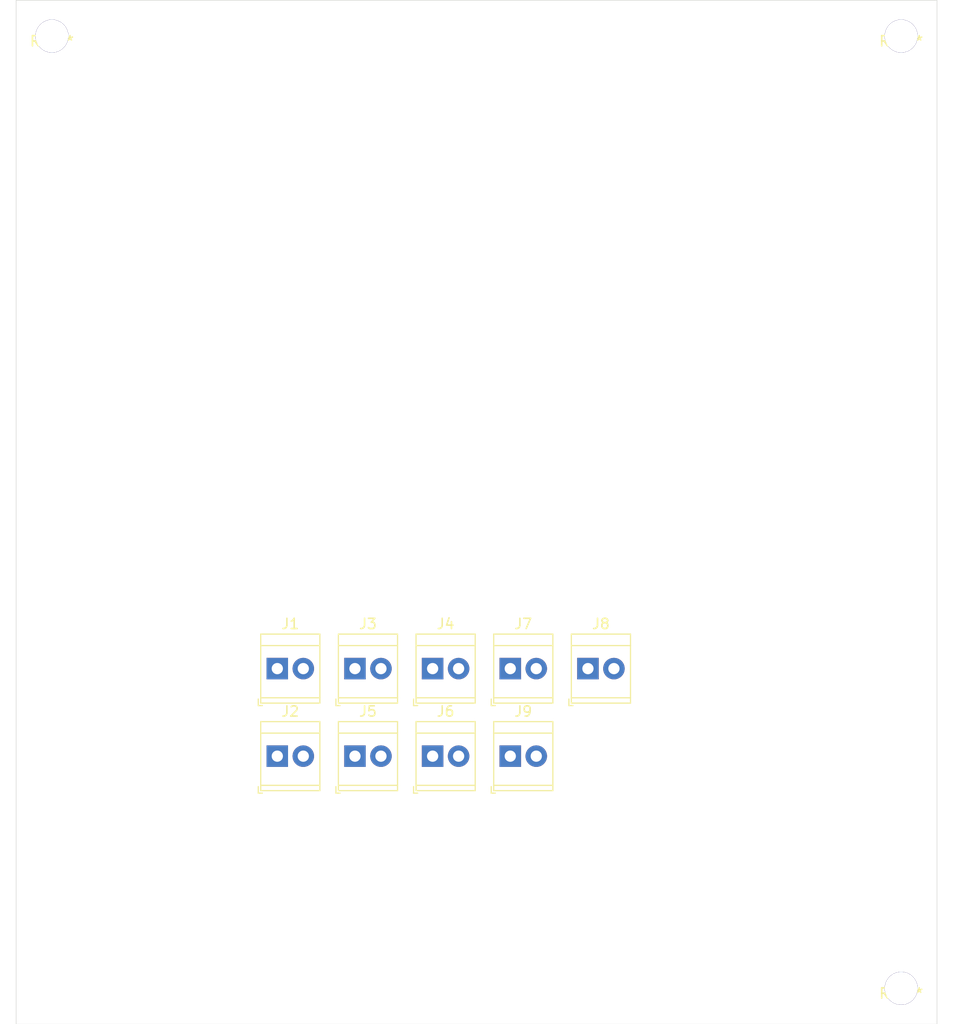
<source format=kicad_pcb>
(kicad_pcb (version 20171130) (host pcbnew "(5.1.4)-1")

  (general
    (thickness 1.6)
    (drawings 4)
    (tracks 0)
    (zones 0)
    (modules 12)
    (nets 19)
  )

  (page A4)
  (layers
    (0 F.Cu signal)
    (31 B.Cu signal)
    (32 B.Adhes user)
    (33 F.Adhes user)
    (34 B.Paste user)
    (35 F.Paste user)
    (36 B.SilkS user)
    (37 F.SilkS user)
    (38 B.Mask user)
    (39 F.Mask user)
    (40 Dwgs.User user)
    (41 Cmts.User user)
    (42 Eco1.User user)
    (43 Eco2.User user)
    (44 Edge.Cuts user)
    (45 Margin user)
    (46 B.CrtYd user)
    (47 F.CrtYd user)
    (48 B.Fab user)
    (49 F.Fab user)
  )

  (setup
    (last_trace_width 0.25)
    (trace_clearance 0.2)
    (zone_clearance 0.508)
    (zone_45_only no)
    (trace_min 0.2)
    (via_size 0.8)
    (via_drill 0.4)
    (via_min_size 0.4)
    (via_min_drill 0.3)
    (uvia_size 0.3)
    (uvia_drill 0.1)
    (uvias_allowed no)
    (uvia_min_size 0.2)
    (uvia_min_drill 0.1)
    (edge_width 0.05)
    (segment_width 0.2)
    (pcb_text_width 0.3)
    (pcb_text_size 1.5 1.5)
    (mod_edge_width 0.12)
    (mod_text_size 1 1)
    (mod_text_width 0.15)
    (pad_size 1.524 1.524)
    (pad_drill 0.762)
    (pad_to_mask_clearance 0.051)
    (solder_mask_min_width 0.25)
    (aux_axis_origin 0 0)
    (visible_elements FFFFFF7F)
    (pcbplotparams
      (layerselection 0x010fc_ffffffff)
      (usegerberextensions false)
      (usegerberattributes false)
      (usegerberadvancedattributes false)
      (creategerberjobfile false)
      (excludeedgelayer true)
      (linewidth 0.100000)
      (plotframeref false)
      (viasonmask false)
      (mode 1)
      (useauxorigin false)
      (hpglpennumber 1)
      (hpglpenspeed 20)
      (hpglpendiameter 15.000000)
      (psnegative false)
      (psa4output false)
      (plotreference true)
      (plotvalue true)
      (plotinvisibletext false)
      (padsonsilk false)
      (subtractmaskfromsilk false)
      (outputformat 1)
      (mirror false)
      (drillshape 1)
      (scaleselection 1)
      (outputdirectory ""))
  )

  (net 0 "")
  (net 1 "Net-(J1-Pad1)")
  (net 2 "Net-(J1-Pad2)")
  (net 3 "Net-(J2-Pad2)")
  (net 4 "Net-(J2-Pad1)")
  (net 5 "Net-(J3-Pad1)")
  (net 6 "Net-(J3-Pad2)")
  (net 7 "Net-(J4-Pad2)")
  (net 8 "Net-(J4-Pad1)")
  (net 9 "Net-(J5-Pad1)")
  (net 10 "Net-(J5-Pad2)")
  (net 11 "Net-(J6-Pad2)")
  (net 12 "Net-(J6-Pad1)")
  (net 13 "Net-(J7-Pad1)")
  (net 14 "Net-(J7-Pad2)")
  (net 15 "Net-(J8-Pad2)")
  (net 16 "Net-(J8-Pad1)")
  (net 17 "Net-(J9-Pad1)")
  (net 18 "Net-(J9-Pad2)")

  (net_class Default "This is the default net class."
    (clearance 0.2)
    (trace_width 0.25)
    (via_dia 0.8)
    (via_drill 0.4)
    (uvia_dia 0.3)
    (uvia_drill 0.1)
    (add_net "Net-(J1-Pad1)")
    (add_net "Net-(J1-Pad2)")
    (add_net "Net-(J2-Pad1)")
    (add_net "Net-(J2-Pad2)")
    (add_net "Net-(J3-Pad1)")
    (add_net "Net-(J3-Pad2)")
    (add_net "Net-(J4-Pad1)")
    (add_net "Net-(J4-Pad2)")
    (add_net "Net-(J5-Pad1)")
    (add_net "Net-(J5-Pad2)")
    (add_net "Net-(J6-Pad1)")
    (add_net "Net-(J6-Pad2)")
    (add_net "Net-(J7-Pad1)")
    (add_net "Net-(J7-Pad2)")
    (add_net "Net-(J8-Pad1)")
    (add_net "Net-(J8-Pad2)")
    (add_net "Net-(J9-Pad1)")
    (add_net "Net-(J9-Pad2)")
  )

  (module Highside-powerdistribution:Mountinghole (layer F.Cu) (tedit 5DD06B0A) (tstamp 5DD34A66)
    (at 201.5 136.5)
    (fp_text reference REF** (at 0 0.5) (layer F.SilkS)
      (effects (font (size 1 1) (thickness 0.15)))
    )
    (fp_text value Mountinghole (at 0 -0.5) (layer F.Fab)
      (effects (font (size 1 1) (thickness 0.15)))
    )
    (pad "" thru_hole circle (at 0 0) (size 3.22 3.22) (drill 3.2) (layers *.Cu *.Mask)
      (clearance 2) (zone_connect 2))
  )

  (module Highside-powerdistribution:Mountinghole (layer F.Cu) (tedit 5DD06B0A) (tstamp 5DD34A5E)
    (at 201.5 43.5)
    (fp_text reference REF** (at 0 0.5) (layer F.SilkS)
      (effects (font (size 1 1) (thickness 0.15)))
    )
    (fp_text value Mountinghole (at 0 -0.5) (layer F.Fab)
      (effects (font (size 1 1) (thickness 0.15)))
    )
    (pad "" thru_hole circle (at 0 0) (size 3.22 3.22) (drill 3.2) (layers *.Cu *.Mask)
      (clearance 2) (zone_connect 2))
  )

  (module Highside-powerdistribution:Mountinghole (layer F.Cu) (tedit 5DD06B0A) (tstamp 5DD34A58)
    (at 118.5 43.5)
    (fp_text reference REF** (at 0 0.5) (layer F.SilkS)
      (effects (font (size 1 1) (thickness 0.15)))
    )
    (fp_text value Mountinghole (at 0 -0.5) (layer F.Fab)
      (effects (font (size 1 1) (thickness 0.15)))
    )
    (pad "" thru_hole circle (at 0 0) (size 3.22 3.22) (drill 3.2) (layers *.Cu *.Mask)
      (clearance 2) (zone_connect 2))
  )

  (module TerminalBlock_TE-Connectivity:TerminalBlock_TE_282834-2_1x02_P2.54mm_Horizontal (layer F.Cu) (tedit 5B1EC513) (tstamp 5DD344E8)
    (at 140.525001 105.275001)
    (descr "Terminal Block TE 282834-2, 2 pins, pitch 2.54mm, size 5.54x6.5mm^2, drill diamater 1.1mm, pad diameter 2.1mm, see http://www.te.com/commerce/DocumentDelivery/DDEController?Action=showdoc&DocId=Customer+Drawing%7F282834%7FC1%7Fpdf%7FEnglish%7FENG_CD_282834_C1.pdf, script-generated using https://github.com/pointhi/kicad-footprint-generator/scripts/TerminalBlock_TE-Connectivity")
    (tags "THT Terminal Block TE 282834-2 pitch 2.54mm size 5.54x6.5mm^2 drill 1.1mm pad 2.1mm")
    (path /5DD2F273)
    (fp_text reference J1 (at 1.27 -4.37) (layer F.SilkS)
      (effects (font (size 1 1) (thickness 0.15)))
    )
    (fp_text value Screw_Terminal_01x02 (at 1.27 4.37) (layer F.Fab)
      (effects (font (size 1 1) (thickness 0.15)))
    )
    (fp_circle (center 0 0) (end 1.1 0) (layer F.Fab) (width 0.1))
    (fp_circle (center 2.54 0) (end 3.64 0) (layer F.Fab) (width 0.1))
    (fp_line (start -1.5 -3.25) (end 4.04 -3.25) (layer F.Fab) (width 0.1))
    (fp_line (start 4.04 -3.25) (end 4.04 3.25) (layer F.Fab) (width 0.1))
    (fp_line (start 4.04 3.25) (end -1.1 3.25) (layer F.Fab) (width 0.1))
    (fp_line (start -1.1 3.25) (end -1.5 2.85) (layer F.Fab) (width 0.1))
    (fp_line (start -1.5 2.85) (end -1.5 -3.25) (layer F.Fab) (width 0.1))
    (fp_line (start -1.5 2.85) (end 4.04 2.85) (layer F.Fab) (width 0.1))
    (fp_line (start -1.62 2.85) (end 4.16 2.85) (layer F.SilkS) (width 0.12))
    (fp_line (start -1.5 -2.25) (end 4.04 -2.25) (layer F.Fab) (width 0.1))
    (fp_line (start -1.62 -2.25) (end 4.16 -2.25) (layer F.SilkS) (width 0.12))
    (fp_line (start -1.62 -3.37) (end 4.16 -3.37) (layer F.SilkS) (width 0.12))
    (fp_line (start -1.62 3.37) (end 4.16 3.37) (layer F.SilkS) (width 0.12))
    (fp_line (start -1.62 -3.37) (end -1.62 3.37) (layer F.SilkS) (width 0.12))
    (fp_line (start 4.16 -3.37) (end 4.16 3.37) (layer F.SilkS) (width 0.12))
    (fp_line (start 0.835 -0.7) (end -0.701 0.835) (layer F.Fab) (width 0.1))
    (fp_line (start 0.701 -0.835) (end -0.835 0.7) (layer F.Fab) (width 0.1))
    (fp_line (start 3.375 -0.7) (end 1.84 0.835) (layer F.Fab) (width 0.1))
    (fp_line (start 3.241 -0.835) (end 1.706 0.7) (layer F.Fab) (width 0.1))
    (fp_line (start -1.86 2.97) (end -1.86 3.61) (layer F.SilkS) (width 0.12))
    (fp_line (start -1.86 3.61) (end -1.46 3.61) (layer F.SilkS) (width 0.12))
    (fp_line (start -2 -3.75) (end -2 3.75) (layer F.CrtYd) (width 0.05))
    (fp_line (start -2 3.75) (end 4.54 3.75) (layer F.CrtYd) (width 0.05))
    (fp_line (start 4.54 3.75) (end 4.54 -3.75) (layer F.CrtYd) (width 0.05))
    (fp_line (start 4.54 -3.75) (end -2 -3.75) (layer F.CrtYd) (width 0.05))
    (fp_text user %R (at 1.27 2) (layer F.Fab)
      (effects (font (size 1 1) (thickness 0.15)))
    )
    (pad 1 thru_hole rect (at 0 0) (size 2.1 2.1) (drill 1.1) (layers *.Cu *.Mask)
      (net 1 "Net-(J1-Pad1)"))
    (pad 2 thru_hole circle (at 2.54 0) (size 2.1 2.1) (drill 1.1) (layers *.Cu *.Mask)
      (net 2 "Net-(J1-Pad2)"))
    (model ${KISYS3DMOD}/TerminalBlock_TE-Connectivity.3dshapes/TerminalBlock_TE_282834-2_1x02_P2.54mm_Horizontal.wrl
      (at (xyz 0 0 0))
      (scale (xyz 1 1 1))
      (rotate (xyz 0 0 0))
    )
  )

  (module TerminalBlock_TE-Connectivity:TerminalBlock_TE_282834-2_1x02_P2.54mm_Horizontal (layer F.Cu) (tedit 5B1EC513) (tstamp 5DD34508)
    (at 140.525001 113.825001)
    (descr "Terminal Block TE 282834-2, 2 pins, pitch 2.54mm, size 5.54x6.5mm^2, drill diamater 1.1mm, pad diameter 2.1mm, see http://www.te.com/commerce/DocumentDelivery/DDEController?Action=showdoc&DocId=Customer+Drawing%7F282834%7FC1%7Fpdf%7FEnglish%7FENG_CD_282834_C1.pdf, script-generated using https://github.com/pointhi/kicad-footprint-generator/scripts/TerminalBlock_TE-Connectivity")
    (tags "THT Terminal Block TE 282834-2 pitch 2.54mm size 5.54x6.5mm^2 drill 1.1mm pad 2.1mm")
    (path /5DD30E21)
    (fp_text reference J2 (at 1.27 -4.37) (layer F.SilkS)
      (effects (font (size 1 1) (thickness 0.15)))
    )
    (fp_text value Screw_Terminal_01x02 (at 1.27 4.37) (layer F.Fab)
      (effects (font (size 1 1) (thickness 0.15)))
    )
    (fp_text user %R (at 1.27 2) (layer F.Fab)
      (effects (font (size 1 1) (thickness 0.15)))
    )
    (fp_line (start 4.54 -3.75) (end -2 -3.75) (layer F.CrtYd) (width 0.05))
    (fp_line (start 4.54 3.75) (end 4.54 -3.75) (layer F.CrtYd) (width 0.05))
    (fp_line (start -2 3.75) (end 4.54 3.75) (layer F.CrtYd) (width 0.05))
    (fp_line (start -2 -3.75) (end -2 3.75) (layer F.CrtYd) (width 0.05))
    (fp_line (start -1.86 3.61) (end -1.46 3.61) (layer F.SilkS) (width 0.12))
    (fp_line (start -1.86 2.97) (end -1.86 3.61) (layer F.SilkS) (width 0.12))
    (fp_line (start 3.241 -0.835) (end 1.706 0.7) (layer F.Fab) (width 0.1))
    (fp_line (start 3.375 -0.7) (end 1.84 0.835) (layer F.Fab) (width 0.1))
    (fp_line (start 0.701 -0.835) (end -0.835 0.7) (layer F.Fab) (width 0.1))
    (fp_line (start 0.835 -0.7) (end -0.701 0.835) (layer F.Fab) (width 0.1))
    (fp_line (start 4.16 -3.37) (end 4.16 3.37) (layer F.SilkS) (width 0.12))
    (fp_line (start -1.62 -3.37) (end -1.62 3.37) (layer F.SilkS) (width 0.12))
    (fp_line (start -1.62 3.37) (end 4.16 3.37) (layer F.SilkS) (width 0.12))
    (fp_line (start -1.62 -3.37) (end 4.16 -3.37) (layer F.SilkS) (width 0.12))
    (fp_line (start -1.62 -2.25) (end 4.16 -2.25) (layer F.SilkS) (width 0.12))
    (fp_line (start -1.5 -2.25) (end 4.04 -2.25) (layer F.Fab) (width 0.1))
    (fp_line (start -1.62 2.85) (end 4.16 2.85) (layer F.SilkS) (width 0.12))
    (fp_line (start -1.5 2.85) (end 4.04 2.85) (layer F.Fab) (width 0.1))
    (fp_line (start -1.5 2.85) (end -1.5 -3.25) (layer F.Fab) (width 0.1))
    (fp_line (start -1.1 3.25) (end -1.5 2.85) (layer F.Fab) (width 0.1))
    (fp_line (start 4.04 3.25) (end -1.1 3.25) (layer F.Fab) (width 0.1))
    (fp_line (start 4.04 -3.25) (end 4.04 3.25) (layer F.Fab) (width 0.1))
    (fp_line (start -1.5 -3.25) (end 4.04 -3.25) (layer F.Fab) (width 0.1))
    (fp_circle (center 2.54 0) (end 3.64 0) (layer F.Fab) (width 0.1))
    (fp_circle (center 0 0) (end 1.1 0) (layer F.Fab) (width 0.1))
    (pad 2 thru_hole circle (at 2.54 0) (size 2.1 2.1) (drill 1.1) (layers *.Cu *.Mask)
      (net 3 "Net-(J2-Pad2)"))
    (pad 1 thru_hole rect (at 0 0) (size 2.1 2.1) (drill 1.1) (layers *.Cu *.Mask)
      (net 4 "Net-(J2-Pad1)"))
    (model ${KISYS3DMOD}/TerminalBlock_TE-Connectivity.3dshapes/TerminalBlock_TE_282834-2_1x02_P2.54mm_Horizontal.wrl
      (at (xyz 0 0 0))
      (scale (xyz 1 1 1))
      (rotate (xyz 0 0 0))
    )
  )

  (module TerminalBlock_TE-Connectivity:TerminalBlock_TE_282834-2_1x02_P2.54mm_Horizontal (layer F.Cu) (tedit 5B1EC513) (tstamp 5DD34528)
    (at 148.115001 105.275001)
    (descr "Terminal Block TE 282834-2, 2 pins, pitch 2.54mm, size 5.54x6.5mm^2, drill diamater 1.1mm, pad diameter 2.1mm, see http://www.te.com/commerce/DocumentDelivery/DDEController?Action=showdoc&DocId=Customer+Drawing%7F282834%7FC1%7Fpdf%7FEnglish%7FENG_CD_282834_C1.pdf, script-generated using https://github.com/pointhi/kicad-footprint-generator/scripts/TerminalBlock_TE-Connectivity")
    (tags "THT Terminal Block TE 282834-2 pitch 2.54mm size 5.54x6.5mm^2 drill 1.1mm pad 2.1mm")
    (path /5DD31107)
    (fp_text reference J3 (at 1.27 -4.37) (layer F.SilkS)
      (effects (font (size 1 1) (thickness 0.15)))
    )
    (fp_text value Screw_Terminal_01x02 (at 1.27 4.37) (layer F.Fab)
      (effects (font (size 1 1) (thickness 0.15)))
    )
    (fp_circle (center 0 0) (end 1.1 0) (layer F.Fab) (width 0.1))
    (fp_circle (center 2.54 0) (end 3.64 0) (layer F.Fab) (width 0.1))
    (fp_line (start -1.5 -3.25) (end 4.04 -3.25) (layer F.Fab) (width 0.1))
    (fp_line (start 4.04 -3.25) (end 4.04 3.25) (layer F.Fab) (width 0.1))
    (fp_line (start 4.04 3.25) (end -1.1 3.25) (layer F.Fab) (width 0.1))
    (fp_line (start -1.1 3.25) (end -1.5 2.85) (layer F.Fab) (width 0.1))
    (fp_line (start -1.5 2.85) (end -1.5 -3.25) (layer F.Fab) (width 0.1))
    (fp_line (start -1.5 2.85) (end 4.04 2.85) (layer F.Fab) (width 0.1))
    (fp_line (start -1.62 2.85) (end 4.16 2.85) (layer F.SilkS) (width 0.12))
    (fp_line (start -1.5 -2.25) (end 4.04 -2.25) (layer F.Fab) (width 0.1))
    (fp_line (start -1.62 -2.25) (end 4.16 -2.25) (layer F.SilkS) (width 0.12))
    (fp_line (start -1.62 -3.37) (end 4.16 -3.37) (layer F.SilkS) (width 0.12))
    (fp_line (start -1.62 3.37) (end 4.16 3.37) (layer F.SilkS) (width 0.12))
    (fp_line (start -1.62 -3.37) (end -1.62 3.37) (layer F.SilkS) (width 0.12))
    (fp_line (start 4.16 -3.37) (end 4.16 3.37) (layer F.SilkS) (width 0.12))
    (fp_line (start 0.835 -0.7) (end -0.701 0.835) (layer F.Fab) (width 0.1))
    (fp_line (start 0.701 -0.835) (end -0.835 0.7) (layer F.Fab) (width 0.1))
    (fp_line (start 3.375 -0.7) (end 1.84 0.835) (layer F.Fab) (width 0.1))
    (fp_line (start 3.241 -0.835) (end 1.706 0.7) (layer F.Fab) (width 0.1))
    (fp_line (start -1.86 2.97) (end -1.86 3.61) (layer F.SilkS) (width 0.12))
    (fp_line (start -1.86 3.61) (end -1.46 3.61) (layer F.SilkS) (width 0.12))
    (fp_line (start -2 -3.75) (end -2 3.75) (layer F.CrtYd) (width 0.05))
    (fp_line (start -2 3.75) (end 4.54 3.75) (layer F.CrtYd) (width 0.05))
    (fp_line (start 4.54 3.75) (end 4.54 -3.75) (layer F.CrtYd) (width 0.05))
    (fp_line (start 4.54 -3.75) (end -2 -3.75) (layer F.CrtYd) (width 0.05))
    (fp_text user %R (at 1.27 2) (layer F.Fab)
      (effects (font (size 1 1) (thickness 0.15)))
    )
    (pad 1 thru_hole rect (at 0 0) (size 2.1 2.1) (drill 1.1) (layers *.Cu *.Mask)
      (net 5 "Net-(J3-Pad1)"))
    (pad 2 thru_hole circle (at 2.54 0) (size 2.1 2.1) (drill 1.1) (layers *.Cu *.Mask)
      (net 6 "Net-(J3-Pad2)"))
    (model ${KISYS3DMOD}/TerminalBlock_TE-Connectivity.3dshapes/TerminalBlock_TE_282834-2_1x02_P2.54mm_Horizontal.wrl
      (at (xyz 0 0 0))
      (scale (xyz 1 1 1))
      (rotate (xyz 0 0 0))
    )
  )

  (module TerminalBlock_TE-Connectivity:TerminalBlock_TE_282834-2_1x02_P2.54mm_Horizontal (layer F.Cu) (tedit 5B1EC513) (tstamp 5DD34548)
    (at 155.705001 105.275001)
    (descr "Terminal Block TE 282834-2, 2 pins, pitch 2.54mm, size 5.54x6.5mm^2, drill diamater 1.1mm, pad diameter 2.1mm, see http://www.te.com/commerce/DocumentDelivery/DDEController?Action=showdoc&DocId=Customer+Drawing%7F282834%7FC1%7Fpdf%7FEnglish%7FENG_CD_282834_C1.pdf, script-generated using https://github.com/pointhi/kicad-footprint-generator/scripts/TerminalBlock_TE-Connectivity")
    (tags "THT Terminal Block TE 282834-2 pitch 2.54mm size 5.54x6.5mm^2 drill 1.1mm pad 2.1mm")
    (path /5DD329AD)
    (fp_text reference J4 (at 1.27 -4.37) (layer F.SilkS)
      (effects (font (size 1 1) (thickness 0.15)))
    )
    (fp_text value Screw_Terminal_01x02 (at 1.27 4.37) (layer F.Fab)
      (effects (font (size 1 1) (thickness 0.15)))
    )
    (fp_text user %R (at 1.27 2) (layer F.Fab)
      (effects (font (size 1 1) (thickness 0.15)))
    )
    (fp_line (start 4.54 -3.75) (end -2 -3.75) (layer F.CrtYd) (width 0.05))
    (fp_line (start 4.54 3.75) (end 4.54 -3.75) (layer F.CrtYd) (width 0.05))
    (fp_line (start -2 3.75) (end 4.54 3.75) (layer F.CrtYd) (width 0.05))
    (fp_line (start -2 -3.75) (end -2 3.75) (layer F.CrtYd) (width 0.05))
    (fp_line (start -1.86 3.61) (end -1.46 3.61) (layer F.SilkS) (width 0.12))
    (fp_line (start -1.86 2.97) (end -1.86 3.61) (layer F.SilkS) (width 0.12))
    (fp_line (start 3.241 -0.835) (end 1.706 0.7) (layer F.Fab) (width 0.1))
    (fp_line (start 3.375 -0.7) (end 1.84 0.835) (layer F.Fab) (width 0.1))
    (fp_line (start 0.701 -0.835) (end -0.835 0.7) (layer F.Fab) (width 0.1))
    (fp_line (start 0.835 -0.7) (end -0.701 0.835) (layer F.Fab) (width 0.1))
    (fp_line (start 4.16 -3.37) (end 4.16 3.37) (layer F.SilkS) (width 0.12))
    (fp_line (start -1.62 -3.37) (end -1.62 3.37) (layer F.SilkS) (width 0.12))
    (fp_line (start -1.62 3.37) (end 4.16 3.37) (layer F.SilkS) (width 0.12))
    (fp_line (start -1.62 -3.37) (end 4.16 -3.37) (layer F.SilkS) (width 0.12))
    (fp_line (start -1.62 -2.25) (end 4.16 -2.25) (layer F.SilkS) (width 0.12))
    (fp_line (start -1.5 -2.25) (end 4.04 -2.25) (layer F.Fab) (width 0.1))
    (fp_line (start -1.62 2.85) (end 4.16 2.85) (layer F.SilkS) (width 0.12))
    (fp_line (start -1.5 2.85) (end 4.04 2.85) (layer F.Fab) (width 0.1))
    (fp_line (start -1.5 2.85) (end -1.5 -3.25) (layer F.Fab) (width 0.1))
    (fp_line (start -1.1 3.25) (end -1.5 2.85) (layer F.Fab) (width 0.1))
    (fp_line (start 4.04 3.25) (end -1.1 3.25) (layer F.Fab) (width 0.1))
    (fp_line (start 4.04 -3.25) (end 4.04 3.25) (layer F.Fab) (width 0.1))
    (fp_line (start -1.5 -3.25) (end 4.04 -3.25) (layer F.Fab) (width 0.1))
    (fp_circle (center 2.54 0) (end 3.64 0) (layer F.Fab) (width 0.1))
    (fp_circle (center 0 0) (end 1.1 0) (layer F.Fab) (width 0.1))
    (pad 2 thru_hole circle (at 2.54 0) (size 2.1 2.1) (drill 1.1) (layers *.Cu *.Mask)
      (net 7 "Net-(J4-Pad2)"))
    (pad 1 thru_hole rect (at 0 0) (size 2.1 2.1) (drill 1.1) (layers *.Cu *.Mask)
      (net 8 "Net-(J4-Pad1)"))
    (model ${KISYS3DMOD}/TerminalBlock_TE-Connectivity.3dshapes/TerminalBlock_TE_282834-2_1x02_P2.54mm_Horizontal.wrl
      (at (xyz 0 0 0))
      (scale (xyz 1 1 1))
      (rotate (xyz 0 0 0))
    )
  )

  (module TerminalBlock_TE-Connectivity:TerminalBlock_TE_282834-2_1x02_P2.54mm_Horizontal (layer F.Cu) (tedit 5B1EC513) (tstamp 5DD34568)
    (at 148.115001 113.825001)
    (descr "Terminal Block TE 282834-2, 2 pins, pitch 2.54mm, size 5.54x6.5mm^2, drill diamater 1.1mm, pad diameter 2.1mm, see http://www.te.com/commerce/DocumentDelivery/DDEController?Action=showdoc&DocId=Customer+Drawing%7F282834%7FC1%7Fpdf%7FEnglish%7FENG_CD_282834_C1.pdf, script-generated using https://github.com/pointhi/kicad-footprint-generator/scripts/TerminalBlock_TE-Connectivity")
    (tags "THT Terminal Block TE 282834-2 pitch 2.54mm size 5.54x6.5mm^2 drill 1.1mm pad 2.1mm")
    (path /5DD32AC5)
    (fp_text reference J5 (at 1.27 -4.37) (layer F.SilkS)
      (effects (font (size 1 1) (thickness 0.15)))
    )
    (fp_text value Screw_Terminal_01x02 (at 1.27 4.37) (layer F.Fab)
      (effects (font (size 1 1) (thickness 0.15)))
    )
    (fp_circle (center 0 0) (end 1.1 0) (layer F.Fab) (width 0.1))
    (fp_circle (center 2.54 0) (end 3.64 0) (layer F.Fab) (width 0.1))
    (fp_line (start -1.5 -3.25) (end 4.04 -3.25) (layer F.Fab) (width 0.1))
    (fp_line (start 4.04 -3.25) (end 4.04 3.25) (layer F.Fab) (width 0.1))
    (fp_line (start 4.04 3.25) (end -1.1 3.25) (layer F.Fab) (width 0.1))
    (fp_line (start -1.1 3.25) (end -1.5 2.85) (layer F.Fab) (width 0.1))
    (fp_line (start -1.5 2.85) (end -1.5 -3.25) (layer F.Fab) (width 0.1))
    (fp_line (start -1.5 2.85) (end 4.04 2.85) (layer F.Fab) (width 0.1))
    (fp_line (start -1.62 2.85) (end 4.16 2.85) (layer F.SilkS) (width 0.12))
    (fp_line (start -1.5 -2.25) (end 4.04 -2.25) (layer F.Fab) (width 0.1))
    (fp_line (start -1.62 -2.25) (end 4.16 -2.25) (layer F.SilkS) (width 0.12))
    (fp_line (start -1.62 -3.37) (end 4.16 -3.37) (layer F.SilkS) (width 0.12))
    (fp_line (start -1.62 3.37) (end 4.16 3.37) (layer F.SilkS) (width 0.12))
    (fp_line (start -1.62 -3.37) (end -1.62 3.37) (layer F.SilkS) (width 0.12))
    (fp_line (start 4.16 -3.37) (end 4.16 3.37) (layer F.SilkS) (width 0.12))
    (fp_line (start 0.835 -0.7) (end -0.701 0.835) (layer F.Fab) (width 0.1))
    (fp_line (start 0.701 -0.835) (end -0.835 0.7) (layer F.Fab) (width 0.1))
    (fp_line (start 3.375 -0.7) (end 1.84 0.835) (layer F.Fab) (width 0.1))
    (fp_line (start 3.241 -0.835) (end 1.706 0.7) (layer F.Fab) (width 0.1))
    (fp_line (start -1.86 2.97) (end -1.86 3.61) (layer F.SilkS) (width 0.12))
    (fp_line (start -1.86 3.61) (end -1.46 3.61) (layer F.SilkS) (width 0.12))
    (fp_line (start -2 -3.75) (end -2 3.75) (layer F.CrtYd) (width 0.05))
    (fp_line (start -2 3.75) (end 4.54 3.75) (layer F.CrtYd) (width 0.05))
    (fp_line (start 4.54 3.75) (end 4.54 -3.75) (layer F.CrtYd) (width 0.05))
    (fp_line (start 4.54 -3.75) (end -2 -3.75) (layer F.CrtYd) (width 0.05))
    (fp_text user %R (at 1.27 2) (layer F.Fab)
      (effects (font (size 1 1) (thickness 0.15)))
    )
    (pad 1 thru_hole rect (at 0 0) (size 2.1 2.1) (drill 1.1) (layers *.Cu *.Mask)
      (net 9 "Net-(J5-Pad1)"))
    (pad 2 thru_hole circle (at 2.54 0) (size 2.1 2.1) (drill 1.1) (layers *.Cu *.Mask)
      (net 10 "Net-(J5-Pad2)"))
    (model ${KISYS3DMOD}/TerminalBlock_TE-Connectivity.3dshapes/TerminalBlock_TE_282834-2_1x02_P2.54mm_Horizontal.wrl
      (at (xyz 0 0 0))
      (scale (xyz 1 1 1))
      (rotate (xyz 0 0 0))
    )
  )

  (module TerminalBlock_TE-Connectivity:TerminalBlock_TE_282834-2_1x02_P2.54mm_Horizontal (layer F.Cu) (tedit 5B1EC513) (tstamp 5DD34588)
    (at 155.705001 113.825001)
    (descr "Terminal Block TE 282834-2, 2 pins, pitch 2.54mm, size 5.54x6.5mm^2, drill diamater 1.1mm, pad diameter 2.1mm, see http://www.te.com/commerce/DocumentDelivery/DDEController?Action=showdoc&DocId=Customer+Drawing%7F282834%7FC1%7Fpdf%7FEnglish%7FENG_CD_282834_C1.pdf, script-generated using https://github.com/pointhi/kicad-footprint-generator/scripts/TerminalBlock_TE-Connectivity")
    (tags "THT Terminal Block TE 282834-2 pitch 2.54mm size 5.54x6.5mm^2 drill 1.1mm pad 2.1mm")
    (path /5DD32BD8)
    (fp_text reference J6 (at 1.27 -4.37) (layer F.SilkS)
      (effects (font (size 1 1) (thickness 0.15)))
    )
    (fp_text value Screw_Terminal_01x02 (at 1.27 4.37) (layer F.Fab)
      (effects (font (size 1 1) (thickness 0.15)))
    )
    (fp_text user %R (at 1.27 2) (layer F.Fab)
      (effects (font (size 1 1) (thickness 0.15)))
    )
    (fp_line (start 4.54 -3.75) (end -2 -3.75) (layer F.CrtYd) (width 0.05))
    (fp_line (start 4.54 3.75) (end 4.54 -3.75) (layer F.CrtYd) (width 0.05))
    (fp_line (start -2 3.75) (end 4.54 3.75) (layer F.CrtYd) (width 0.05))
    (fp_line (start -2 -3.75) (end -2 3.75) (layer F.CrtYd) (width 0.05))
    (fp_line (start -1.86 3.61) (end -1.46 3.61) (layer F.SilkS) (width 0.12))
    (fp_line (start -1.86 2.97) (end -1.86 3.61) (layer F.SilkS) (width 0.12))
    (fp_line (start 3.241 -0.835) (end 1.706 0.7) (layer F.Fab) (width 0.1))
    (fp_line (start 3.375 -0.7) (end 1.84 0.835) (layer F.Fab) (width 0.1))
    (fp_line (start 0.701 -0.835) (end -0.835 0.7) (layer F.Fab) (width 0.1))
    (fp_line (start 0.835 -0.7) (end -0.701 0.835) (layer F.Fab) (width 0.1))
    (fp_line (start 4.16 -3.37) (end 4.16 3.37) (layer F.SilkS) (width 0.12))
    (fp_line (start -1.62 -3.37) (end -1.62 3.37) (layer F.SilkS) (width 0.12))
    (fp_line (start -1.62 3.37) (end 4.16 3.37) (layer F.SilkS) (width 0.12))
    (fp_line (start -1.62 -3.37) (end 4.16 -3.37) (layer F.SilkS) (width 0.12))
    (fp_line (start -1.62 -2.25) (end 4.16 -2.25) (layer F.SilkS) (width 0.12))
    (fp_line (start -1.5 -2.25) (end 4.04 -2.25) (layer F.Fab) (width 0.1))
    (fp_line (start -1.62 2.85) (end 4.16 2.85) (layer F.SilkS) (width 0.12))
    (fp_line (start -1.5 2.85) (end 4.04 2.85) (layer F.Fab) (width 0.1))
    (fp_line (start -1.5 2.85) (end -1.5 -3.25) (layer F.Fab) (width 0.1))
    (fp_line (start -1.1 3.25) (end -1.5 2.85) (layer F.Fab) (width 0.1))
    (fp_line (start 4.04 3.25) (end -1.1 3.25) (layer F.Fab) (width 0.1))
    (fp_line (start 4.04 -3.25) (end 4.04 3.25) (layer F.Fab) (width 0.1))
    (fp_line (start -1.5 -3.25) (end 4.04 -3.25) (layer F.Fab) (width 0.1))
    (fp_circle (center 2.54 0) (end 3.64 0) (layer F.Fab) (width 0.1))
    (fp_circle (center 0 0) (end 1.1 0) (layer F.Fab) (width 0.1))
    (pad 2 thru_hole circle (at 2.54 0) (size 2.1 2.1) (drill 1.1) (layers *.Cu *.Mask)
      (net 11 "Net-(J6-Pad2)"))
    (pad 1 thru_hole rect (at 0 0) (size 2.1 2.1) (drill 1.1) (layers *.Cu *.Mask)
      (net 12 "Net-(J6-Pad1)"))
    (model ${KISYS3DMOD}/TerminalBlock_TE-Connectivity.3dshapes/TerminalBlock_TE_282834-2_1x02_P2.54mm_Horizontal.wrl
      (at (xyz 0 0 0))
      (scale (xyz 1 1 1))
      (rotate (xyz 0 0 0))
    )
  )

  (module TerminalBlock_TE-Connectivity:TerminalBlock_TE_282834-2_1x02_P2.54mm_Horizontal (layer F.Cu) (tedit 5B1EC513) (tstamp 5DD345A8)
    (at 163.295001 105.275001)
    (descr "Terminal Block TE 282834-2, 2 pins, pitch 2.54mm, size 5.54x6.5mm^2, drill diamater 1.1mm, pad diameter 2.1mm, see http://www.te.com/commerce/DocumentDelivery/DDEController?Action=showdoc&DocId=Customer+Drawing%7F282834%7FC1%7Fpdf%7FEnglish%7FENG_CD_282834_C1.pdf, script-generated using https://github.com/pointhi/kicad-footprint-generator/scripts/TerminalBlock_TE-Connectivity")
    (tags "THT Terminal Block TE 282834-2 pitch 2.54mm size 5.54x6.5mm^2 drill 1.1mm pad 2.1mm")
    (path /5DD32CEB)
    (fp_text reference J7 (at 1.27 -4.37) (layer F.SilkS)
      (effects (font (size 1 1) (thickness 0.15)))
    )
    (fp_text value Screw_Terminal_01x02 (at 1.27 4.37) (layer F.Fab)
      (effects (font (size 1 1) (thickness 0.15)))
    )
    (fp_circle (center 0 0) (end 1.1 0) (layer F.Fab) (width 0.1))
    (fp_circle (center 2.54 0) (end 3.64 0) (layer F.Fab) (width 0.1))
    (fp_line (start -1.5 -3.25) (end 4.04 -3.25) (layer F.Fab) (width 0.1))
    (fp_line (start 4.04 -3.25) (end 4.04 3.25) (layer F.Fab) (width 0.1))
    (fp_line (start 4.04 3.25) (end -1.1 3.25) (layer F.Fab) (width 0.1))
    (fp_line (start -1.1 3.25) (end -1.5 2.85) (layer F.Fab) (width 0.1))
    (fp_line (start -1.5 2.85) (end -1.5 -3.25) (layer F.Fab) (width 0.1))
    (fp_line (start -1.5 2.85) (end 4.04 2.85) (layer F.Fab) (width 0.1))
    (fp_line (start -1.62 2.85) (end 4.16 2.85) (layer F.SilkS) (width 0.12))
    (fp_line (start -1.5 -2.25) (end 4.04 -2.25) (layer F.Fab) (width 0.1))
    (fp_line (start -1.62 -2.25) (end 4.16 -2.25) (layer F.SilkS) (width 0.12))
    (fp_line (start -1.62 -3.37) (end 4.16 -3.37) (layer F.SilkS) (width 0.12))
    (fp_line (start -1.62 3.37) (end 4.16 3.37) (layer F.SilkS) (width 0.12))
    (fp_line (start -1.62 -3.37) (end -1.62 3.37) (layer F.SilkS) (width 0.12))
    (fp_line (start 4.16 -3.37) (end 4.16 3.37) (layer F.SilkS) (width 0.12))
    (fp_line (start 0.835 -0.7) (end -0.701 0.835) (layer F.Fab) (width 0.1))
    (fp_line (start 0.701 -0.835) (end -0.835 0.7) (layer F.Fab) (width 0.1))
    (fp_line (start 3.375 -0.7) (end 1.84 0.835) (layer F.Fab) (width 0.1))
    (fp_line (start 3.241 -0.835) (end 1.706 0.7) (layer F.Fab) (width 0.1))
    (fp_line (start -1.86 2.97) (end -1.86 3.61) (layer F.SilkS) (width 0.12))
    (fp_line (start -1.86 3.61) (end -1.46 3.61) (layer F.SilkS) (width 0.12))
    (fp_line (start -2 -3.75) (end -2 3.75) (layer F.CrtYd) (width 0.05))
    (fp_line (start -2 3.75) (end 4.54 3.75) (layer F.CrtYd) (width 0.05))
    (fp_line (start 4.54 3.75) (end 4.54 -3.75) (layer F.CrtYd) (width 0.05))
    (fp_line (start 4.54 -3.75) (end -2 -3.75) (layer F.CrtYd) (width 0.05))
    (fp_text user %R (at 1.27 2) (layer F.Fab)
      (effects (font (size 1 1) (thickness 0.15)))
    )
    (pad 1 thru_hole rect (at 0 0) (size 2.1 2.1) (drill 1.1) (layers *.Cu *.Mask)
      (net 13 "Net-(J7-Pad1)"))
    (pad 2 thru_hole circle (at 2.54 0) (size 2.1 2.1) (drill 1.1) (layers *.Cu *.Mask)
      (net 14 "Net-(J7-Pad2)"))
    (model ${KISYS3DMOD}/TerminalBlock_TE-Connectivity.3dshapes/TerminalBlock_TE_282834-2_1x02_P2.54mm_Horizontal.wrl
      (at (xyz 0 0 0))
      (scale (xyz 1 1 1))
      (rotate (xyz 0 0 0))
    )
  )

  (module TerminalBlock_TE-Connectivity:TerminalBlock_TE_282834-2_1x02_P2.54mm_Horizontal (layer F.Cu) (tedit 5B1EC513) (tstamp 5DD345C8)
    (at 170.885001 105.275001)
    (descr "Terminal Block TE 282834-2, 2 pins, pitch 2.54mm, size 5.54x6.5mm^2, drill diamater 1.1mm, pad diameter 2.1mm, see http://www.te.com/commerce/DocumentDelivery/DDEController?Action=showdoc&DocId=Customer+Drawing%7F282834%7FC1%7Fpdf%7FEnglish%7FENG_CD_282834_C1.pdf, script-generated using https://github.com/pointhi/kicad-footprint-generator/scripts/TerminalBlock_TE-Connectivity")
    (tags "THT Terminal Block TE 282834-2 pitch 2.54mm size 5.54x6.5mm^2 drill 1.1mm pad 2.1mm")
    (path /5DD32DFE)
    (fp_text reference J8 (at 1.27 -4.37) (layer F.SilkS)
      (effects (font (size 1 1) (thickness 0.15)))
    )
    (fp_text value Screw_Terminal_01x02 (at 1.27 4.37) (layer F.Fab)
      (effects (font (size 1 1) (thickness 0.15)))
    )
    (fp_text user %R (at 1.27 2) (layer F.Fab)
      (effects (font (size 1 1) (thickness 0.15)))
    )
    (fp_line (start 4.54 -3.75) (end -2 -3.75) (layer F.CrtYd) (width 0.05))
    (fp_line (start 4.54 3.75) (end 4.54 -3.75) (layer F.CrtYd) (width 0.05))
    (fp_line (start -2 3.75) (end 4.54 3.75) (layer F.CrtYd) (width 0.05))
    (fp_line (start -2 -3.75) (end -2 3.75) (layer F.CrtYd) (width 0.05))
    (fp_line (start -1.86 3.61) (end -1.46 3.61) (layer F.SilkS) (width 0.12))
    (fp_line (start -1.86 2.97) (end -1.86 3.61) (layer F.SilkS) (width 0.12))
    (fp_line (start 3.241 -0.835) (end 1.706 0.7) (layer F.Fab) (width 0.1))
    (fp_line (start 3.375 -0.7) (end 1.84 0.835) (layer F.Fab) (width 0.1))
    (fp_line (start 0.701 -0.835) (end -0.835 0.7) (layer F.Fab) (width 0.1))
    (fp_line (start 0.835 -0.7) (end -0.701 0.835) (layer F.Fab) (width 0.1))
    (fp_line (start 4.16 -3.37) (end 4.16 3.37) (layer F.SilkS) (width 0.12))
    (fp_line (start -1.62 -3.37) (end -1.62 3.37) (layer F.SilkS) (width 0.12))
    (fp_line (start -1.62 3.37) (end 4.16 3.37) (layer F.SilkS) (width 0.12))
    (fp_line (start -1.62 -3.37) (end 4.16 -3.37) (layer F.SilkS) (width 0.12))
    (fp_line (start -1.62 -2.25) (end 4.16 -2.25) (layer F.SilkS) (width 0.12))
    (fp_line (start -1.5 -2.25) (end 4.04 -2.25) (layer F.Fab) (width 0.1))
    (fp_line (start -1.62 2.85) (end 4.16 2.85) (layer F.SilkS) (width 0.12))
    (fp_line (start -1.5 2.85) (end 4.04 2.85) (layer F.Fab) (width 0.1))
    (fp_line (start -1.5 2.85) (end -1.5 -3.25) (layer F.Fab) (width 0.1))
    (fp_line (start -1.1 3.25) (end -1.5 2.85) (layer F.Fab) (width 0.1))
    (fp_line (start 4.04 3.25) (end -1.1 3.25) (layer F.Fab) (width 0.1))
    (fp_line (start 4.04 -3.25) (end 4.04 3.25) (layer F.Fab) (width 0.1))
    (fp_line (start -1.5 -3.25) (end 4.04 -3.25) (layer F.Fab) (width 0.1))
    (fp_circle (center 2.54 0) (end 3.64 0) (layer F.Fab) (width 0.1))
    (fp_circle (center 0 0) (end 1.1 0) (layer F.Fab) (width 0.1))
    (pad 2 thru_hole circle (at 2.54 0) (size 2.1 2.1) (drill 1.1) (layers *.Cu *.Mask)
      (net 15 "Net-(J8-Pad2)"))
    (pad 1 thru_hole rect (at 0 0) (size 2.1 2.1) (drill 1.1) (layers *.Cu *.Mask)
      (net 16 "Net-(J8-Pad1)"))
    (model ${KISYS3DMOD}/TerminalBlock_TE-Connectivity.3dshapes/TerminalBlock_TE_282834-2_1x02_P2.54mm_Horizontal.wrl
      (at (xyz 0 0 0))
      (scale (xyz 1 1 1))
      (rotate (xyz 0 0 0))
    )
  )

  (module TerminalBlock_TE-Connectivity:TerminalBlock_TE_282834-2_1x02_P2.54mm_Horizontal (layer F.Cu) (tedit 5B1EC513) (tstamp 5DD345E8)
    (at 163.295001 113.825001)
    (descr "Terminal Block TE 282834-2, 2 pins, pitch 2.54mm, size 5.54x6.5mm^2, drill diamater 1.1mm, pad diameter 2.1mm, see http://www.te.com/commerce/DocumentDelivery/DDEController?Action=showdoc&DocId=Customer+Drawing%7F282834%7FC1%7Fpdf%7FEnglish%7FENG_CD_282834_C1.pdf, script-generated using https://github.com/pointhi/kicad-footprint-generator/scripts/TerminalBlock_TE-Connectivity")
    (tags "THT Terminal Block TE 282834-2 pitch 2.54mm size 5.54x6.5mm^2 drill 1.1mm pad 2.1mm")
    (path /5DD32F11)
    (fp_text reference J9 (at 1.27 -4.37) (layer F.SilkS)
      (effects (font (size 1 1) (thickness 0.15)))
    )
    (fp_text value Screw_Terminal_01x02 (at 1.27 4.37) (layer F.Fab)
      (effects (font (size 1 1) (thickness 0.15)))
    )
    (fp_circle (center 0 0) (end 1.1 0) (layer F.Fab) (width 0.1))
    (fp_circle (center 2.54 0) (end 3.64 0) (layer F.Fab) (width 0.1))
    (fp_line (start -1.5 -3.25) (end 4.04 -3.25) (layer F.Fab) (width 0.1))
    (fp_line (start 4.04 -3.25) (end 4.04 3.25) (layer F.Fab) (width 0.1))
    (fp_line (start 4.04 3.25) (end -1.1 3.25) (layer F.Fab) (width 0.1))
    (fp_line (start -1.1 3.25) (end -1.5 2.85) (layer F.Fab) (width 0.1))
    (fp_line (start -1.5 2.85) (end -1.5 -3.25) (layer F.Fab) (width 0.1))
    (fp_line (start -1.5 2.85) (end 4.04 2.85) (layer F.Fab) (width 0.1))
    (fp_line (start -1.62 2.85) (end 4.16 2.85) (layer F.SilkS) (width 0.12))
    (fp_line (start -1.5 -2.25) (end 4.04 -2.25) (layer F.Fab) (width 0.1))
    (fp_line (start -1.62 -2.25) (end 4.16 -2.25) (layer F.SilkS) (width 0.12))
    (fp_line (start -1.62 -3.37) (end 4.16 -3.37) (layer F.SilkS) (width 0.12))
    (fp_line (start -1.62 3.37) (end 4.16 3.37) (layer F.SilkS) (width 0.12))
    (fp_line (start -1.62 -3.37) (end -1.62 3.37) (layer F.SilkS) (width 0.12))
    (fp_line (start 4.16 -3.37) (end 4.16 3.37) (layer F.SilkS) (width 0.12))
    (fp_line (start 0.835 -0.7) (end -0.701 0.835) (layer F.Fab) (width 0.1))
    (fp_line (start 0.701 -0.835) (end -0.835 0.7) (layer F.Fab) (width 0.1))
    (fp_line (start 3.375 -0.7) (end 1.84 0.835) (layer F.Fab) (width 0.1))
    (fp_line (start 3.241 -0.835) (end 1.706 0.7) (layer F.Fab) (width 0.1))
    (fp_line (start -1.86 2.97) (end -1.86 3.61) (layer F.SilkS) (width 0.12))
    (fp_line (start -1.86 3.61) (end -1.46 3.61) (layer F.SilkS) (width 0.12))
    (fp_line (start -2 -3.75) (end -2 3.75) (layer F.CrtYd) (width 0.05))
    (fp_line (start -2 3.75) (end 4.54 3.75) (layer F.CrtYd) (width 0.05))
    (fp_line (start 4.54 3.75) (end 4.54 -3.75) (layer F.CrtYd) (width 0.05))
    (fp_line (start 4.54 -3.75) (end -2 -3.75) (layer F.CrtYd) (width 0.05))
    (fp_text user %R (at 1.27 2) (layer F.Fab)
      (effects (font (size 1 1) (thickness 0.15)))
    )
    (pad 1 thru_hole rect (at 0 0) (size 2.1 2.1) (drill 1.1) (layers *.Cu *.Mask)
      (net 17 "Net-(J9-Pad1)"))
    (pad 2 thru_hole circle (at 2.54 0) (size 2.1 2.1) (drill 1.1) (layers *.Cu *.Mask)
      (net 18 "Net-(J9-Pad2)"))
    (model ${KISYS3DMOD}/TerminalBlock_TE-Connectivity.3dshapes/TerminalBlock_TE_282834-2_1x02_P2.54mm_Horizontal.wrl
      (at (xyz 0 0 0))
      (scale (xyz 1 1 1))
      (rotate (xyz 0 0 0))
    )
  )

  (gr_line (start 115 40) (end 115 140) (layer Edge.Cuts) (width 0.05) (tstamp 5DD34818))
  (gr_line (start 205 40) (end 115 40) (layer Edge.Cuts) (width 0.05))
  (gr_line (start 205 140) (end 205 40) (layer Edge.Cuts) (width 0.05))
  (gr_line (start 115 140) (end 205 140) (layer Edge.Cuts) (width 0.05))

)

</source>
